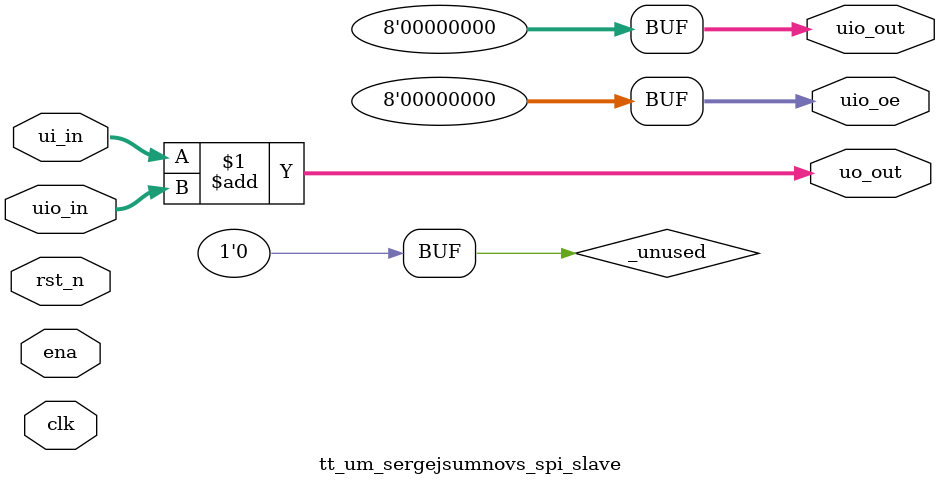
<source format=v>
/*
 * Copyright (c) 2025 Sergejs Umnovs
 * SPDX-License-Identifier: Apache-2.0
 */

`default_nettype none

module tt_um_sergejsumnovs_spi_slave (
    input  wire [7:0] ui_in,    // Dedicated inputs
    output wire [7:0] uo_out,   // Dedicated outputs
    input  wire [7:0] uio_in,   // IOs: Input path
    output wire [7:0] uio_out,  // IOs: Output path
    output wire [7:0] uio_oe,   // IOs: Enable path (active high: 0=input, 1=output)
    input  wire       ena,      // always 1 when the design is powered, so you can ignore it
    input  wire       clk,      // clock
    input  wire       rst_n     // reset_n - low to reset
);

  // All output pins must be assigned. If not used, assign to 0.
  assign uo_out  = ui_in + uio_in;  // Example: ou_out is the sum of ui_in and uio_in
  assign uio_out = 0;
  assign uio_oe  = 0;

  // List all unused inputs to prevent warnings
  wire _unused = &{ena, clk, rst_n, 1'b0};

endmodule

</source>
